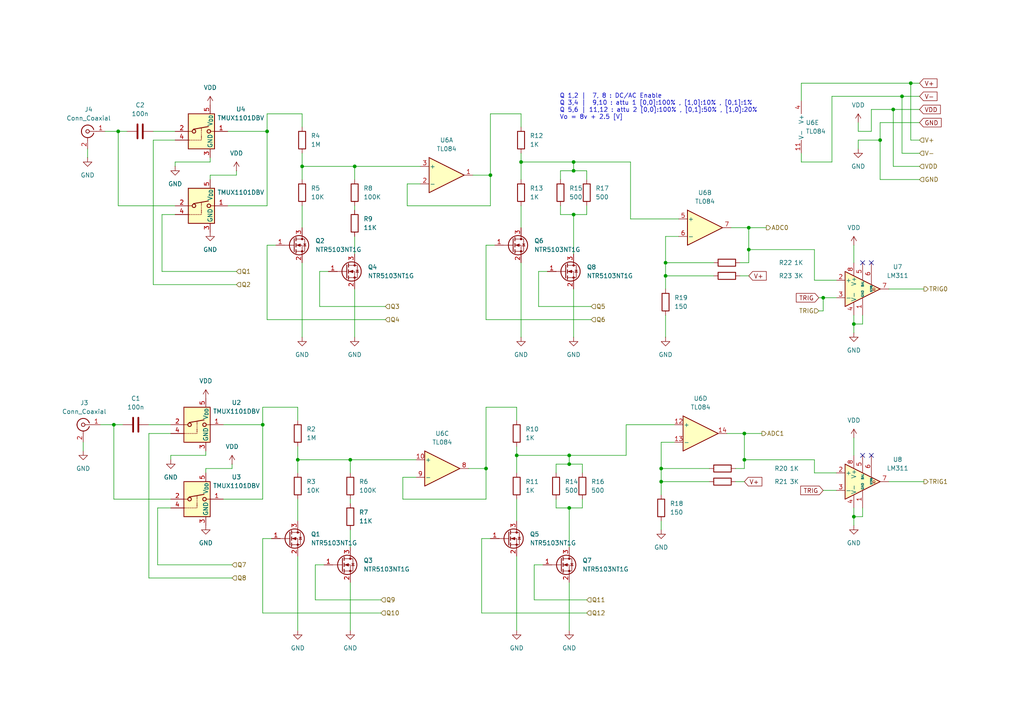
<source format=kicad_sch>
(kicad_sch (version 20250114) (generator "eeschema") (generator_version "9.0")
  (paper "A4")
  (lib_symbols
    (symbol "Amplifier_Operational:TL084" (pin_names (offset 0.127))
      (property "Reference" "U" (at 0 5.08 0))
      (property "Value" "TL084" (at 0 -5.08 0))
      (symbol "TL084_1_1"
        (polyline (pts (xy -5.08 5.08) (xy 5.08 0) (xy -5.08 -5.08) (xy -5.08 5.08)) (stroke (width 0.254)) (fill (type background)))
        (pin input line (at -7.62 2.54 0) (length 2.54) (name "+") (number "3"))
        (pin input line (at -7.62 -2.54 0) (length 2.54) (name "-") (number "2"))
        (pin output line (at 7.62 0 180) (length 2.54) (name "~") (number "1"))
      )
      (symbol "TL084_2_1"
        (polyline (pts (xy -5.08 5.08) (xy 5.08 0) (xy -5.08 -5.08) (xy -5.08 5.08)) (stroke (width 0.254)) (fill (type background)))
        (pin input line (at -7.62 2.54 0) (length 2.54) (name "+") (number "5"))
        (pin input line (at -7.62 -2.54 0) (length 2.54) (name "-") (number "6"))
        (pin output line (at 7.62 0 180) (length 2.54) (name "~") (number "7"))
      )
      (symbol "TL084_3_1"
        (polyline (pts (xy -5.08 5.08) (xy 5.08 0) (xy -5.08 -5.08) (xy -5.08 5.08)) (stroke (width 0.254)) (fill (type background)))
        (pin input line (at -7.62 2.54 0) (length 2.54) (name "+") (number "10"))
        (pin input line (at -7.62 -2.54 0) (length 2.54) (name "-") (number "9"))
        (pin output line (at 7.62 0 180) (length 2.54) (name "~") (number "8"))
      )
      (symbol "TL084_4_1"
        (polyline (pts (xy -5.08 5.08) (xy 5.08 0) (xy -5.08 -5.08) (xy -5.08 5.08)) (stroke (width 0.254)) (fill (type background)))
        (pin input line (at -7.62 2.54 0) (length 2.54) (name "+") (number "12"))
        (pin input line (at -7.62 -2.54 0) (length 2.54) (name "-") (number "13"))
        (pin output line (at 7.62 0 180) (length 2.54) (name "~") (number "14"))
      )
      (symbol "TL084_5_1"
        (pin power_in line (at -2.54 7.62 270) (length 3.81) (name "V+") (number "4"))
        (pin power_in line (at -2.54 -7.62 90) (length 3.81) (name "V-") (number "11"))
      )
    )
    (symbol "Analog_Switch:TMUX1101DBV" (pin_names (offset 0.254))
      (property "Reference" "U" (at -3.81 6.35 0))
      (property "Value" "TMUX1101DBV" (at -12.7 -6.35 0))
      (symbol "TMUX1101DBV_0_1"
        (polyline (pts (xy -3.81 -2.54) (xy -3.302 -2.54)))
        (polyline (pts (xy -3.048 -2.54) (xy -2.794 -2.54)))
        (polyline (pts (xy -2.54 -2.54) (xy -2.286 -2.54)))
        (polyline (pts (xy -2.032 -2.54) (xy -1.778 -2.54)))
        (polyline (pts (xy -1.524 -2.54) (xy -1.27 -2.54)))
        (polyline (pts (xy -1.016 -2.54) (xy -0.762 -2.54)))
        (polyline (pts (xy -0.508 -2.54) (xy -0.254 -2.54)))
        (polyline (pts (xy 0 -1.524) (xy 0 -1.27)))
        (polyline (pts (xy 0 -2.032) (xy 0 -1.778)))
      )
      (symbol "TMUX1101DBV_1_1"
        (rectangle (start -3.81 5.08) (end 3.81 -5.08) (stroke (width 0.254)) (fill (type background)))
        (polyline (pts (xy -3.81 0) (xy -2.794 0)))
        (polyline (pts (xy -2.286 0.635) (xy 2.032 1.397)) (stroke (width 0.254)))
        (circle (center -2.159 0) (radius 0.508) (stroke (width 0.254)))
        (polyline (pts (xy 0 0) (xy 0 1.016)))
        (polyline (pts (xy 0 -0.508) (xy 0 -0.254)))
        (polyline (pts (xy 0 -1.016) (xy 0 -0.762)))
        (polyline (pts (xy 0 -1.524) (xy 0 -1.27)))
        (polyline (pts (xy 0 -2.032) (xy 0 -1.778)))
        (polyline (pts (xy 0 -2.54) (xy 0 -2.286)))
        (circle (center 2.159 0) (radius 0.508) (stroke (width 0.254)))
        (polyline (pts (xy 3.81 0) (xy 2.794 0)))
        (pin passive line (at -7.62 0 0) (length 3.81) (name "~") (number "2"))
        (pin input line (at -7.62 -2.54 0) (length 3.81) (name "~") (number "4"))
        (pin power_in line (at 2.54 7.62 270) (length 2.54) (name "V_{DD}") (number "5"))
        (pin power_in line (at 2.54 -7.62 90) (length 2.54) (name "GND") (number "3"))
        (pin passive line (at 7.62 0 180) (length 3.81) (name "~") (number "1"))
      )
    )
    (symbol "Comparator:LM311" (pin_names (offset 0.127))
      (property "Reference" "U" (at 3.81 6.35 0))
      (property "Value" "LM311" (at 3.81 3.81 0))
      (symbol "LM311_0_1"
        (polyline (pts (xy 3.683 -0.381) (xy 3.302 -0.381) (xy 3.683 0) (xy 3.302 0.381) (xy 2.921 0) (xy 3.302 -0.381) (xy 2.921 -0.381)) (stroke (width 0.127)))
        (polyline (pts (xy 5.08 0) (xy -5.08 5.08) (xy -5.08 -5.08) (xy 5.08 0)) (stroke (width 0.254)) (fill (type background)))
      )
      (symbol "LM311_1_1"
        (pin input line (at -7.62 2.54 0) (length 2.54) (name "+") (number "2"))
        (pin input line (at -7.62 -2.54 0) (length 2.54) (name "-") (number "3"))
        (pin power_in line (at -2.54 7.62 270) (length 3.81) (name "V+") (number "8"))
        (pin power_in line (at -2.54 -7.62 90) (length 3.81) (name "V-") (number "4"))
        (pin input line (at 0 7.62 270) (length 5.08) (name "BAL") (number "5"))
        (pin passive line (at 0 -7.62 90) (length 5.08) (name "GND") (number "1"))
        (pin input line (at 2.54 7.62 270) (length 6.35) (name "STRB") (number "6"))
        (pin open_collector line (at 7.62 0 180) (length 2.54) (name "~") (number "7"))
      )
    )
    (symbol "Connector:Conn_Coaxial" (pin_names (offset 1.016) (hide yes))
      (property "Reference" "J" (at 0.254 3.048 0))
      (property "Value" "Conn_Coaxial" (at 2.921 0 90))
      (symbol "Conn_Coaxial_0_1"
        (polyline (pts (xy -2.54 0) (xy -0.508 0)))
        (arc (start 1.778 0) (mid 0.222 -1.8079) (end -1.778 -0.508) (stroke (width 0.254)))
        (arc (start -1.778 0.508) (mid 0.2221 1.8084) (end 1.778 0) (stroke (width 0.254)))
        (circle (center 0 0) (radius 0.508) (stroke (width 0.2032)))
        (polyline (pts (xy 0 -2.54) (xy 0 -1.778)))
      )
      (symbol "Conn_Coaxial_1_1"
        (pin passive line (at -5.08 0 0) (length 2.54) (name "In") (number "1"))
        (pin passive line (at 0 -5.08 90) (length 2.54) (name "Ext") (number "2"))
      )
    )
    (symbol "Device:C" (pin_numbers (hide yes)) (pin_names (offset 0.254))
      (property "Reference" "C" (at 0.635 2.54 0))
      (property "Value" "C" (at 0.635 -2.54 0))
      (symbol "C_0_1"
        (polyline (pts (xy -2.032 0.762) (xy 2.032 0.762)) (stroke (width 0.508)))
        (polyline (pts (xy -2.032 -0.762) (xy 2.032 -0.762)) (stroke (width 0.508)))
      )
      (symbol "C_1_1"
        (pin passive line (at 0 3.81 270) (length 2.794) (name "~") (number "1"))
        (pin passive line (at 0 -3.81 90) (length 2.794) (name "~") (number "2"))
      )
    )
    (symbol "Device:R" (pin_numbers (hide yes)) (pin_names (offset 0))
      (property "Reference" "R" (at 2.032 0 90))
      (property "Value" "R" (at 0 0 90))
      (symbol "R_0_1"
        (rectangle (start -1.016 -2.54) (end 1.016 2.54) (stroke (width 0.254)))
      )
      (symbol "R_1_1"
        (pin passive line (at 0 3.81 270) (length 1.27) (name "~") (number "1"))
        (pin passive line (at 0 -3.81 90) (length 1.27) (name "~") (number "2"))
      )
    )
    (symbol "Transistor_FET:Q_NMOS_GSD" (pin_names (offset 0) (hide yes))
      (property "Reference" "Q" (at 5.08 1.905 0))
      (property "Value" "Q_NMOS_GSD" (at 5.08 0 0))
      (symbol "Q_NMOS_GSD_0_1"
        (polyline (pts (xy 0.254 1.905) (xy 0.254 -1.905)) (stroke (width 0.254)))
        (polyline (pts (xy 0.254 0) (xy -2.54 0)))
        (polyline (pts (xy 0.762 2.286) (xy 0.762 1.27)) (stroke (width 0.254)))
        (polyline (pts (xy 0.762 0.508) (xy 0.762 -0.508)) (stroke (width 0.254)))
        (polyline (pts (xy 0.762 -1.27) (xy 0.762 -2.286)) (stroke (width 0.254)))
        (polyline (pts (xy 0.762 -1.778) (xy 3.302 -1.778) (xy 3.302 1.778) (xy 0.762 1.778)))
        (polyline (pts (xy 1.016 0) (xy 2.032 0.381) (xy 2.032 -0.381) (xy 1.016 0)) (fill (type outline)))
        (circle (center 1.651 0) (radius 2.794) (stroke (width 0.254)))
        (polyline (pts (xy 2.54 2.54) (xy 2.54 1.778)))
        (circle (center 2.54 1.778) (radius 0.254) (fill (type outline)))
        (circle (center 2.54 -1.778) (radius 0.254) (fill (type outline)))
        (polyline (pts (xy 2.54 -2.54) (xy 2.54 0) (xy 0.762 0)))
        (polyline (pts (xy 2.921 0.381) (xy 3.683 0.381)))
        (polyline (pts (xy 3.302 0.381) (xy 2.921 -0.254) (xy 3.683 -0.254) (xy 3.302 0.381)))
      )
      (symbol "Q_NMOS_GSD_1_1"
        (pin input line (at -5.08 0 0) (length 2.54) (name "G") (number "1"))
        (pin passive line (at 2.54 5.08 270) (length 2.54) (name "D") (number "3"))
        (pin passive line (at 2.54 -5.08 90) (length 2.54) (name "S") (number "2"))
      )
    )
    (symbol "power:GND" (power) (pin_numbers (hide yes)) (pin_names (offset 0) (hide yes))
      (property "Value" "GND" (at 0 -3.81 0))
      (symbol "GND_0_1"
        (polyline (pts (xy 0 0) (xy 0 -1.27) (xy 1.27 -1.27) (xy 0 -2.54) (xy -1.27 -1.27) (xy 0 -1.27)))
      )
      (symbol "GND_1_1"
        (pin power_in line (at 0 0 270) (length 0) (name "~") (number "1"))
      )
    )
    (symbol "power:VDD" (power) (pin_numbers (hide yes)) (pin_names (offset 0) (hide yes))
      (property "Value" "VDD" (at 0 3.556 0))
      (symbol "VDD_0_1"
        (polyline (pts (xy -0.762 1.27) (xy 0 2.54)))
        (polyline (pts (xy 0 2.54) (xy 0.762 1.27)))
        (polyline (pts (xy 0 0) (xy 0 2.54)))
      )
      (symbol "VDD_1_1"
        (pin power_in line (at 0 0 90) (length 0) (name "~") (number "1"))
      )
    )
  )
  (text "Q 1,2 |  7, 8 : DC/AC Enable\nQ 3,4 |  9,10 : attu 1 [0,0]:100% , [1,0]:10% , [0,1]:1%\nQ 5,6 | 11,12 : attu 2 [0,0]:100% , [0,1]:50% , [1,0]:20%\nVo = 8v + 2.5 [V]" (at 162.306 30.988 0) (effects (font (size 1.27 1.27)) (justify left)))
  (junction (at 259.08 31.75))
  (junction (at 149.86 132.08))
  (junction (at 247.65 149.86))
  (junction (at 191.77 135.89))
  (junction (at 217.17 72.39))
  (junction (at 166.37 49.53))
  (junction (at 215.9 133.35))
  (junction (at 247.65 93.98))
  (junction (at 238.76 86.36))
  (junction (at 166.37 62.23))
  (junction (at 165.1 147.32))
  (junction (at 34.29 38.1))
  (junction (at 86.36 133.35))
  (junction (at 217.17 66.04))
  (junction (at 215.9 125.73))
  (junction (at 255.27 40.64))
  (junction (at 101.6 133.35))
  (junction (at 165.1 134.62))
  (junction (at 191.77 139.7))
  (junction (at 77.47 38.1))
  (junction (at 264.16 24.13))
  (junction (at 102.87 48.26))
  (junction (at 33.02 123.19))
  (junction (at 87.63 48.26))
  (junction (at 151.13 46.99))
  (junction (at 76.2 123.19))
  (junction (at 261.62 27.94))
  (junction (at 140.97 135.89))
  (junction (at 142.24 50.8))
  (junction (at 193.04 80.01))
  (junction (at 193.04 76.2))
  (junction (at 166.37 46.99))
  (junction (at 165.1 132.08))
  (no_connect (at 250.19 132.08))
  (no_connect (at 252.73 132.08))
  (no_connect (at 252.73 76.2))
  (no_connect (at 250.19 76.2))
  (wire (pts (xy 142.24 59.69) (xy 142.24 50.8)))
  (wire (pts (xy 236.22 81.28) (xy 236.22 72.39)))
  (wire (pts (xy 77.47 38.1) (xy 66.04 38.1)))
  (wire (pts (xy 168.91 137.16) (xy 168.91 134.62)))
  (wire (pts (xy 87.63 76.2) (xy 87.63 97.79)))
  (wire (pts (xy 44.45 38.1) (xy 50.8 38.1)))
  (wire (pts (xy 252.73 38.1) (xy 248.92 38.1)))
  (wire (pts (xy 193.04 80.01) (xy 207.01 80.01)))
  (wire (pts (xy 49.53 125.73) (xy 43.18 125.73)))
  (wire (pts (xy 259.08 31.75) (xy 266.7 31.75)))
  (wire (pts (xy 102.87 52.07) (xy 102.87 48.26)))
  (wire (pts (xy 24.13 128.27) (xy 24.13 130.81)))
  (wire (pts (xy 91.44 173.99) (xy 91.44 163.83)))
  (wire (pts (xy 191.77 135.89) (xy 205.74 135.89)))
  (wire (pts (xy 49.53 132.08) (xy 59.69 132.08)))
  (wire (pts (xy 161.29 134.62) (xy 161.29 137.16)))
  (wire (pts (xy 217.17 80.01) (xy 214.63 80.01)))
  (wire (pts (xy 68.58 78.74) (xy 46.99 78.74)))
  (wire (pts (xy 50.8 46.99) (xy 50.8 48.26)))
  (wire (pts (xy 149.86 161.29) (xy 149.86 182.88)))
  (wire (pts (xy 247.65 91.44) (xy 247.65 93.98)))
  (wire (pts (xy 87.63 33.02) (xy 87.63 36.83)))
  (wire (pts (xy 151.13 46.99) (xy 166.37 46.99)))
  (wire (pts (xy 213.36 135.89) (xy 215.9 135.89)))
  (wire (pts (xy 171.45 88.9) (xy 156.21 88.9)))
  (wire (pts (xy 162.56 62.23) (xy 166.37 62.23)))
  (wire (pts (xy 151.13 59.69) (xy 151.13 66.04)))
  (wire (pts (xy 166.37 49.53) (xy 170.18 49.53)))
  (wire (pts (xy 252.73 31.75) (xy 259.08 31.75)))
  (wire (pts (xy 247.65 147.32) (xy 247.65 149.86)))
  (wire (pts (xy 77.47 59.69) (xy 77.47 38.1)))
  (wire (pts (xy 247.65 93.98) (xy 247.65 96.52)))
  (wire (pts (xy 250.19 149.86) (xy 247.65 149.86)))
  (wire (pts (xy 247.65 127) (xy 247.65 132.08)))
  (wire (pts (xy 64.77 144.78) (xy 76.2 144.78)))
  (wire (pts (xy 67.31 135.89) (xy 67.31 134.62)))
  (wire (pts (xy 171.45 92.71) (xy 140.97 92.71)))
  (wire (pts (xy 140.97 118.11) (xy 149.86 118.11)))
  (wire (pts (xy 250.19 93.98) (xy 247.65 93.98)))
  (wire (pts (xy 161.29 147.32) (xy 165.1 147.32)))
  (wire (pts (xy 241.3 27.94) (xy 241.3 46.99)))
  (wire (pts (xy 149.86 132.08) (xy 165.1 132.08)))
  (wire (pts (xy 196.85 63.5) (xy 182.88 63.5)))
  (wire (pts (xy 43.18 167.64) (xy 67.31 167.64)))
  (wire (pts (xy 110.49 173.99) (xy 91.44 173.99)))
  (wire (pts (xy 76.2 118.11) (xy 86.36 118.11)))
  (wire (pts (xy 193.04 80.01) (xy 193.04 83.82)))
  (wire (pts (xy 237.49 90.17) (xy 238.76 90.17)))
  (wire (pts (xy 181.61 132.08) (xy 165.1 132.08)))
  (wire (pts (xy 156.21 88.9) (xy 156.21 78.74)))
  (wire (pts (xy 66.04 59.69) (xy 77.47 59.69)))
  (wire (pts (xy 60.96 50.8) (xy 60.96 52.07)))
  (wire (pts (xy 247.65 149.86) (xy 247.65 152.4)))
  (wire (pts (xy 241.3 46.99) (xy 232.41 46.99)))
  (wire (pts (xy 170.18 177.8) (xy 139.7 177.8)))
  (wire (pts (xy 217.17 76.2) (xy 217.17 72.39)))
  (wire (pts (xy 139.7 156.21) (xy 142.24 156.21)))
  (wire (pts (xy 193.04 91.44) (xy 193.04 97.79)))
  (wire (pts (xy 252.73 31.75) (xy 252.73 38.1)))
  (wire (pts (xy 255.27 40.64) (xy 255.27 52.07)))
  (wire (pts (xy 76.2 123.19) (xy 76.2 118.11)))
  (wire (pts (xy 165.1 168.91) (xy 165.1 182.88)))
  (wire (pts (xy 162.56 49.53) (xy 162.56 52.07)))
  (wire (pts (xy 193.04 76.2) (xy 207.01 76.2)))
  (wire (pts (xy 215.9 139.7) (xy 213.36 139.7)))
  (wire (pts (xy 86.36 161.29) (xy 86.36 182.88)))
  (wire (pts (xy 232.41 46.99) (xy 232.41 44.45)))
  (wire (pts (xy 118.11 53.34) (xy 118.11 59.69)))
  (wire (pts (xy 166.37 46.99) (xy 166.37 49.53)))
  (wire (pts (xy 67.31 163.83) (xy 45.72 163.83)))
  (wire (pts (xy 44.45 82.55) (xy 68.58 82.55)))
  (wire (pts (xy 166.37 62.23) (xy 166.37 73.66)))
  (wire (pts (xy 149.86 118.11) (xy 149.86 121.92)))
  (wire (pts (xy 217.17 66.04) (xy 212.09 66.04)))
  (wire (pts (xy 248.92 38.1) (xy 248.92 35.56)))
  (wire (pts (xy 46.99 62.23) (xy 50.8 62.23)))
  (wire (pts (xy 261.62 27.94) (xy 241.3 27.94)))
  (wire (pts (xy 250.19 147.32) (xy 250.19 149.86)))
  (wire (pts (xy 165.1 134.62) (xy 168.91 134.62)))
  (wire (pts (xy 182.88 63.5) (xy 182.88 46.99)))
  (wire (pts (xy 154.94 173.99) (xy 154.94 163.83)))
  (wire (pts (xy 59.69 135.89) (xy 59.69 137.16)))
  (wire (pts (xy 33.02 123.19) (xy 35.56 123.19)))
  (wire (pts (xy 261.62 44.45) (xy 261.62 27.94)))
  (wire (pts (xy 140.97 71.12) (xy 143.51 71.12)))
  (wire (pts (xy 165.1 147.32) (xy 165.1 158.75)))
  (wire (pts (xy 33.02 144.78) (xy 49.53 144.78)))
  (wire (pts (xy 237.49 86.36) (xy 238.76 86.36)))
  (wire (pts (xy 149.86 144.78) (xy 149.86 151.13)))
  (wire (pts (xy 77.47 92.71) (xy 77.47 71.12)))
  (wire (pts (xy 247.65 71.12) (xy 247.65 76.2)))
  (wire (pts (xy 193.04 76.2) (xy 193.04 80.01)))
  (wire (pts (xy 238.76 90.17) (xy 238.76 86.36)))
  (wire (pts (xy 170.18 173.99) (xy 154.94 173.99)))
  (wire (pts (xy 76.2 144.78) (xy 76.2 123.19)))
  (wire (pts (xy 34.29 59.69) (xy 50.8 59.69)))
  (wire (pts (xy 151.13 44.45) (xy 151.13 46.99)))
  (wire (pts (xy 101.6 137.16) (xy 101.6 133.35)))
  (wire (pts (xy 165.1 147.32) (xy 168.91 147.32)))
  (wire (pts (xy 232.41 24.13) (xy 232.41 29.21)))
  (wire (pts (xy 215.9 125.73) (xy 220.98 125.73)))
  (wire (pts (xy 266.7 48.26) (xy 259.08 48.26)))
  (wire (pts (xy 101.6 133.35) (xy 86.36 133.35)))
  (wire (pts (xy 259.08 48.26) (xy 259.08 31.75)))
  (wire (pts (xy 43.18 123.19) (xy 49.53 123.19)))
  (wire (pts (xy 33.02 123.19) (xy 33.02 144.78)))
  (wire (pts (xy 191.77 135.89) (xy 191.77 139.7)))
  (wire (pts (xy 86.36 118.11) (xy 86.36 121.92)))
  (wire (pts (xy 215.9 125.73) (xy 210.82 125.73)))
  (wire (pts (xy 236.22 133.35) (xy 215.9 133.35)))
  (wire (pts (xy 238.76 86.36) (xy 242.57 86.36)))
  (wire (pts (xy 215.9 125.73) (xy 215.9 133.35)))
  (wire (pts (xy 46.99 78.74) (xy 46.99 62.23)))
  (wire (pts (xy 193.04 68.58) (xy 193.04 76.2)))
  (wire (pts (xy 215.9 133.35) (xy 215.9 135.89)))
  (wire (pts (xy 151.13 46.99) (xy 151.13 52.07)))
  (wire (pts (xy 264.16 40.64) (xy 264.16 24.13)))
  (wire (pts (xy 140.97 135.89) (xy 140.97 118.11)))
  (wire (pts (xy 77.47 38.1) (xy 77.47 33.02)))
  (wire (pts (xy 149.86 129.54) (xy 149.86 132.08)))
  (wire (pts (xy 191.77 139.7) (xy 191.77 143.51)))
  (wire (pts (xy 76.2 123.19) (xy 64.77 123.19)))
  (wire (pts (xy 87.63 48.26) (xy 87.63 52.07)))
  (wire (pts (xy 86.36 144.78) (xy 86.36 151.13)))
  (wire (pts (xy 142.24 50.8) (xy 142.24 33.02)))
  (wire (pts (xy 120.65 138.43) (xy 116.84 138.43)))
  (wire (pts (xy 50.8 40.64) (xy 44.45 40.64)))
  (wire (pts (xy 67.31 135.89) (xy 59.69 135.89)))
  (wire (pts (xy 86.36 133.35) (xy 86.36 137.16)))
  (wire (pts (xy 195.58 123.19) (xy 181.61 123.19)))
  (wire (pts (xy 101.6 153.67) (xy 101.6 158.75)))
  (wire (pts (xy 102.87 48.26) (xy 87.63 48.26)))
  (wire (pts (xy 77.47 71.12) (xy 80.01 71.12)))
  (wire (pts (xy 87.63 44.45) (xy 87.63 48.26)))
  (wire (pts (xy 217.17 72.39) (xy 217.17 66.04)))
  (wire (pts (xy 255.27 35.56) (xy 255.27 40.64)))
  (wire (pts (xy 182.88 46.99) (xy 166.37 46.99)))
  (wire (pts (xy 25.4 43.18) (xy 25.4 45.72)))
  (wire (pts (xy 77.47 33.02) (xy 87.63 33.02)))
  (wire (pts (xy 165.1 132.08) (xy 165.1 134.62)))
  (wire (pts (xy 242.57 137.16) (xy 236.22 137.16)))
  (wire (pts (xy 101.6 168.91) (xy 101.6 182.88)))
  (wire (pts (xy 170.18 62.23) (xy 170.18 59.69)))
  (wire (pts (xy 102.87 48.26) (xy 121.92 48.26)))
  (wire (pts (xy 181.61 123.19) (xy 181.61 132.08)))
  (wire (pts (xy 214.63 76.2) (xy 217.17 76.2)))
  (wire (pts (xy 118.11 59.69) (xy 142.24 59.69)))
  (wire (pts (xy 86.36 129.54) (xy 86.36 133.35)))
  (wire (pts (xy 45.72 163.83) (xy 45.72 147.32)))
  (wire (pts (xy 34.29 38.1) (xy 36.83 38.1)))
  (wire (pts (xy 168.91 147.32) (xy 168.91 144.78)))
  (wire (pts (xy 191.77 128.27) (xy 191.77 135.89)))
  (wire (pts (xy 110.49 177.8) (xy 76.2 177.8)))
  (wire (pts (xy 142.24 50.8) (xy 137.16 50.8)))
  (wire (pts (xy 116.84 138.43) (xy 116.84 144.78)))
  (wire (pts (xy 102.87 68.58) (xy 102.87 73.66)))
  (wire (pts (xy 264.16 24.13) (xy 266.7 24.13)))
  (wire (pts (xy 139.7 177.8) (xy 139.7 156.21)))
  (wire (pts (xy 154.94 163.83) (xy 157.48 163.83)))
  (wire (pts (xy 111.76 92.71) (xy 77.47 92.71)))
  (wire (pts (xy 45.72 147.32) (xy 49.53 147.32)))
  (wire (pts (xy 166.37 83.82) (xy 166.37 97.79)))
  (wire (pts (xy 191.77 151.13) (xy 191.77 153.67)))
  (wire (pts (xy 266.7 40.64) (xy 264.16 40.64)))
  (wire (pts (xy 161.29 134.62) (xy 165.1 134.62)))
  (wire (pts (xy 60.96 46.99) (xy 60.96 45.72)))
  (wire (pts (xy 92.71 78.74) (xy 95.25 78.74)))
  (wire (pts (xy 29.21 123.19) (xy 33.02 123.19)))
  (wire (pts (xy 140.97 135.89) (xy 135.89 135.89)))
  (wire (pts (xy 264.16 24.13) (xy 232.41 24.13)))
  (wire (pts (xy 101.6 144.78) (xy 101.6 146.05)))
  (wire (pts (xy 257.81 139.7) (xy 267.97 139.7)))
  (wire (pts (xy 166.37 62.23) (xy 170.18 62.23)))
  (wire (pts (xy 59.69 132.08) (xy 59.69 130.81)))
  (wire (pts (xy 266.7 44.45) (xy 261.62 44.45)))
  (wire (pts (xy 161.29 144.78) (xy 161.29 147.32)))
  (wire (pts (xy 261.62 27.94) (xy 266.7 27.94)))
  (wire (pts (xy 257.81 83.82) (xy 267.97 83.82)))
  (wire (pts (xy 236.22 137.16) (xy 236.22 133.35)))
  (wire (pts (xy 68.58 50.8) (xy 68.58 49.53)))
  (wire (pts (xy 266.7 52.07) (xy 255.27 52.07)))
  (wire (pts (xy 101.6 133.35) (xy 120.65 133.35)))
  (wire (pts (xy 156.21 78.74) (xy 158.75 78.74)))
  (wire (pts (xy 248.92 40.64) (xy 248.92 43.18)))
  (wire (pts (xy 191.77 139.7) (xy 205.74 139.7)))
  (wire (pts (xy 76.2 156.21) (xy 78.74 156.21)))
  (wire (pts (xy 34.29 38.1) (xy 34.29 59.69)))
  (wire (pts (xy 238.76 142.24) (xy 242.57 142.24)))
  (wire (pts (xy 102.87 83.82) (xy 102.87 97.79)))
  (wire (pts (xy 91.44 163.83) (xy 93.98 163.83)))
  (wire (pts (xy 102.87 59.69) (xy 102.87 60.96)))
  (wire (pts (xy 140.97 92.71) (xy 140.97 71.12)))
  (wire (pts (xy 50.8 46.99) (xy 60.96 46.99)))
  (wire (pts (xy 140.97 144.78) (xy 140.97 135.89)))
  (wire (pts (xy 170.18 52.07) (xy 170.18 49.53)))
  (wire (pts (xy 162.56 59.69) (xy 162.56 62.23)))
  (wire (pts (xy 195.58 128.27) (xy 191.77 128.27)))
  (wire (pts (xy 217.17 66.04) (xy 222.25 66.04)))
  (wire (pts (xy 43.18 125.73) (xy 43.18 167.64)))
  (wire (pts (xy 44.45 40.64) (xy 44.45 82.55)))
  (wire (pts (xy 242.57 81.28) (xy 236.22 81.28)))
  (wire (pts (xy 76.2 177.8) (xy 76.2 156.21)))
  (wire (pts (xy 149.86 132.08) (xy 149.86 137.16)))
  (wire (pts (xy 255.27 35.56) (xy 266.7 35.56)))
  (wire (pts (xy 121.92 53.34) (xy 118.11 53.34)))
  (wire (pts (xy 87.63 59.69) (xy 87.63 66.04)))
  (wire (pts (xy 142.24 33.02) (xy 151.13 33.02)))
  (wire (pts (xy 236.22 72.39) (xy 217.17 72.39)))
  (wire (pts (xy 151.13 33.02) (xy 151.13 36.83)))
  (wire (pts (xy 248.92 40.64) (xy 255.27 40.64)))
  (wire (pts (xy 92.71 88.9) (xy 92.71 78.74)))
  (wire (pts (xy 162.56 49.53) (xy 166.37 49.53)))
  (wire (pts (xy 111.76 88.9) (xy 92.71 88.9)))
  (wire (pts (xy 196.85 68.58) (xy 193.04 68.58)))
  (wire (pts (xy 68.58 50.8) (xy 60.96 50.8)))
  (wire (pts (xy 250.19 91.44) (xy 250.19 93.98)))
  (wire (pts (xy 151.13 76.2) (xy 151.13 97.79)))
  (wire (pts (xy 30.48 38.1) (xy 34.29 38.1)))
  (wire (pts (xy 49.53 132.08) (xy 49.53 133.35)))
  (wire (pts (xy 116.84 144.78) (xy 140.97 144.78)))
  (global_label "TRIG" (shape input) (at 237.49 86.36 180) (property "Intersheetrefs" "${INTERSHEET_REFS}" (effects (hide yes))))
  (global_label "V-" (shape input) (at 266.7 27.94 0) (property "Intersheetrefs" "${INTERSHEET_REFS}" (effects (hide yes))))
  (global_label "TRIG" (shape input) (at 238.76 142.24 180) (property "Intersheetrefs" "${INTERSHEET_REFS}" (effects (hide yes))))
  (global_label "V+" (shape input) (at 215.9 139.7 0) (property "Intersheetrefs" "${INTERSHEET_REFS}" (effects (hide yes))))
  (global_label "V+" (shape input) (at 217.17 80.01 0) (property "Intersheetrefs" "${INTERSHEET_REFS}" (effects (hide yes))))
  (global_label "GND" (shape input) (at 266.7 35.56 0) (property "Intersheetrefs" "${INTERSHEET_REFS}" (effects (hide yes))))
  (global_label "VDD" (shape input) (at 266.7 31.75 0) (property "Intersheetrefs" "${INTERSHEET_REFS}" (effects (hide yes))))
  (global_label "V+" (shape input) (at 266.7 24.13 0) (property "Intersheetrefs" "${INTERSHEET_REFS}" (effects (hide yes))))
  (hierarchical_label "Q5" (shape input) (at 171.45 88.9 0))
  (hierarchical_label "Q3" (shape input) (at 111.76 88.9 0))
  (hierarchical_label "ADC1" (shape output) (at 220.98 125.73 0))
  (hierarchical_label "VDD" (shape input) (at 266.7 48.26 0))
  (hierarchical_label "TRIG1" (shape output) (at 267.97 139.7 0))
  (hierarchical_label "TRIG" (shape input) (at 237.49 90.17 180))
  (hierarchical_label "V-" (shape input) (at 266.7 44.45 0))
  (hierarchical_label "Q2" (shape input) (at 68.58 82.55 0))
  (hierarchical_label "Q9" (shape input) (at 110.49 173.99 0))
  (hierarchical_label "GND" (shape input) (at 266.7 52.07 0))
  (hierarchical_label "V+" (shape input) (at 266.7 40.64 0))
  (hierarchical_label "TRIG0" (shape output) (at 267.97 83.82 0))
  (hierarchical_label "Q10" (shape input) (at 110.49 177.8 0))
  (hierarchical_label "Q6" (shape input) (at 171.45 92.71 0))
  (hierarchical_label "ADC0" (shape output) (at 222.25 66.04 0))
  (hierarchical_label "Q8" (shape input) (at 67.31 167.64 0))
  (hierarchical_label "Q7" (shape input) (at 67.31 163.83 0))
  (hierarchical_label "Q4" (shape input) (at 111.76 92.71 0))
  (hierarchical_label "Q1" (shape input) (at 68.58 78.74 0))
  (hierarchical_label "Q11" (shape input) (at 170.18 173.99 0))
  (hierarchical_label "Q12" (shape input) (at 170.18 177.8 0))
  (symbol (lib_id "Transistor_FET:Q_NMOS_GSD") (at 83.82 156.21 0) (unit 1)
    (property "Reference" "Q1" (at 90.17 154.9399 0) (effects (justify left)))
    (property "Value" "NTR5103NT1G" (at 90.17 157.4799 0) (effects (justify left)))
    (property "Footprint" "Package_TO_SOT_SMD:SOT-23_Handsoldering" (effects (hide yes)))
    (property "Description" "N-MOSFET transistor, gate/source/drain" (effects (hide yes)))
  )
  (symbol (lib_id "power:VDD") (at 59.69 115.57 0) (unit 1)
    (property "Reference" "#PWR024" (effects (hide yes)))
    (property "Value" "VDD" (at 59.69 110.49 0))
    (property "Description" "Power symbol creates a global label with name \"VDD\"" (effects (hide yes)))
  )
  (symbol (lib_id "Amplifier_Operational:TL084") (at 234.95 36.83 0) (unit 5)
    (property "Reference" "U6" (at 233.68 35.5599 0) (effects (justify left)))
    (property "Value" "TL084" (at 233.68 38.0999 0) (effects (justify left)))
    (property "Footprint" "Package_SO:SOIC-14_3.9x8.7mm_P1.27mm" (effects (hide yes)))
    (property "Datasheet" "http://www.ti.com/lit/ds/symlink/tl081.pdf" (effects (hide yes)))
    (property "Description" "Quad JFET-Input Operational Amplifiers, DIP-14/SOIC-14/SSOP-14" (effects (hide yes)))
  )
  (symbol (lib_id "power:GND") (at 101.6 182.88 0) (unit 1)
    (property "Reference" "#PWR032" (effects (hide yes)))
    (property "Value" "GND" (at 101.6 187.96 0))
    (property "Description" "Power symbol creates a global label with name \"GND\" , ground" (effects (hide yes)))
  )
  (symbol (lib_id "Transistor_FET:Q_NMOS_GSD") (at 148.59 71.12 0) (unit 1)
    (property "Reference" "Q6" (at 154.94 69.8499 0) (effects (justify left)))
    (property "Value" "NTR5103NT1G" (at 154.94 72.3899 0) (effects (justify left)))
    (property "Footprint" "Package_TO_SOT_SMD:SOT-23_Handsoldering" (effects (hide yes)))
    (property "Description" "N-MOSFET transistor, gate/source/drain" (effects (hide yes)))
  )
  (symbol (lib_id "power:VDD") (at 60.96 30.48 0) (unit 1)
    (property "Reference" "#PWR026" (effects (hide yes)))
    (property "Value" "VDD" (at 60.96 25.4 0))
    (property "Description" "Power symbol creates a global label with name \"VDD\"" (effects (hide yes)))
  )
  (symbol (lib_id "Analog_Switch:TMUX1101DBV") (at 58.42 59.69 0) (unit 1)
    (property "Reference" "U5" (effects (hide yes)))
    (property "Value" "TMUX1101DBV" (at 69.85 55.8098 0))
    (property "Footprint" "Package_TO_SOT_SMD:SOT-23-5_HandSoldering" (effects (hide yes)))
    (property "Datasheet" "https://www.ti.com/lit/ds/symlink/tmux1101.pdf" (effects (hide yes)))
    (property "Description" "SPST Analog Switch, 1.08V to 5.5V Supply, 3pA Leakage Current, Normally OFF, 1.8Ohm Ron, SOT-23-5" (effects (hide yes)))
  )
  (symbol (lib_id "Transistor_FET:Q_NMOS_GSD") (at 99.06 163.83 0) (unit 1)
    (property "Reference" "Q3" (at 105.41 162.5599 0) (effects (justify left)))
    (property "Value" "NTR5103NT1G" (at 105.41 165.0999 0) (effects (justify left)))
    (property "Footprint" "Package_TO_SOT_SMD:SOT-23_Handsoldering" (effects (hide yes)))
    (property "Description" "N-MOSFET transistor, gate/source/drain" (effects (hide yes)))
  )
  (symbol (lib_id "power:GND") (at 49.53 133.35 0) (unit 1)
    (property "Reference" "#PWR022" (effects (hide yes)))
    (property "Value" "GND" (at 49.53 138.43 0))
    (property "Description" "Power symbol creates a global label with name \"GND\" , ground" (effects (hide yes)))
  )
  (symbol (lib_id "Device:R") (at 210.82 80.01 90) (unit 1)
    (property "Reference" "R23" (at 227.838 80.01 90))
    (property "Value" "3K" (at 231.648 80.01 90))
    (property "Footprint" "Resistor_THT:R_Axial_DIN0207_L6.3mm_D2.5mm_P10.16mm_Horizontal" (effects (hide yes)))
    (property "Description" "Resistor" (effects (hide yes)))
  )
  (symbol (lib_id "Device:R") (at 102.87 55.88 0) (unit 1)
    (property "Reference" "R8" (at 105.41 54.6099 0) (effects (justify left)))
    (property "Value" "100K" (at 105.41 57.1499 0) (effects (justify left)))
    (property "Footprint" "Resistor_THT:R_Axial_DIN0207_L6.3mm_D2.5mm_P10.16mm_Horizontal" (effects (hide yes)))
    (property "Description" "Resistor" (effects (hide yes)))
  )
  (symbol (lib_id "Connector:Conn_Coaxial") (at 25.4 38.1 0) (mirror y) (unit 1)
    (property "Reference" "J4" (at 25.7174 31.75 0))
    (property "Value" "Conn_Coaxial" (at 25.7174 34.29 0))
    (property "Footprint" "Connector_Coaxial:BNC_Amphenol_B6252HB-NPP3G-50_Horizontal" (effects (hide yes)))
    (property "Description" "coaxial connector (BNC, SMA, SMB, SMC, Cinch/RCA, LEMO, ...)" (effects (hide yes)))
  )
  (symbol (lib_id "power:GND") (at 24.13 130.81 0) (unit 1)
    (property "Reference" "#PWR020" (effects (hide yes)))
    (property "Value" "GND" (at 24.13 135.89 0))
    (property "Description" "Power symbol creates a global label with name \"GND\" , ground" (effects (hide yes)))
  )
  (symbol (lib_id "power:GND") (at 87.63 97.79 0) (unit 1)
    (property "Reference" "#PWR031" (effects (hide yes)))
    (property "Value" "GND" (at 87.63 102.87 0))
    (property "Description" "Power symbol creates a global label with name \"GND\" , ground" (effects (hide yes)))
  )
  (symbol (lib_id "Device:R") (at 86.36 140.97 0) (unit 1)
    (property "Reference" "R3" (at 88.9 139.6999 0) (effects (justify left)))
    (property "Value" "10K" (at 88.9 142.2399 0) (effects (justify left)))
    (property "Footprint" "Resistor_THT:R_Axial_DIN0207_L6.3mm_D2.5mm_P10.16mm_Horizontal" (effects (hide yes)))
    (property "Description" "Resistor" (effects (hide yes)))
  )
  (symbol (lib_id "power:GND") (at 247.65 152.4 0) (unit 1)
    (property "Reference" "#PWR043" (effects (hide yes)))
    (property "Value" "GND" (at 247.65 157.48 0))
    (property "Description" "Power symbol creates a global label with name \"GND\" , ground" (effects (hide yes)))
  )
  (symbol (lib_id "Amplifier_Operational:TL084") (at 204.47 66.04 0) (unit 2)
    (property "Reference" "U6" (at 204.47 55.88 0))
    (property "Value" "TL084" (at 204.47 58.42 0))
    (property "Footprint" "Package_SO:SOIC-14_3.9x8.7mm_P1.27mm" (effects (hide yes)))
    (property "Datasheet" "http://www.ti.com/lit/ds/symlink/tl081.pdf" (effects (hide yes)))
    (property "Description" "Quad JFET-Input Operational Amplifiers, DIP-14/SOIC-14/SSOP-14" (effects (hide yes)))
  )
  (symbol (lib_id "power:GND") (at 60.96 67.31 0) (unit 1)
    (property "Reference" "#PWR027" (effects (hide yes)))
    (property "Value" "GND" (at 60.96 72.39 0))
    (property "Description" "Power symbol creates a global label with name \"GND\" , ground" (effects (hide yes)))
  )
  (symbol (lib_id "Analog_Switch:TMUX1101DBV") (at 58.42 38.1 0) (unit 1)
    (property "Reference" "U4" (at 69.85 31.6798 0))
    (property "Value" "TMUX1101DBV" (at 69.85 34.2198 0))
    (property "Footprint" "Package_TO_SOT_SMD:SOT-23-5_HandSoldering" (effects (hide yes)))
    (property "Datasheet" "https://www.ti.com/lit/ds/symlink/tmux1101.pdf" (effects (hide yes)))
    (property "Description" "SPST Analog Switch, 1.08V to 5.5V Supply, 3pA Leakage Current, Normally OFF, 1.8Ohm Ron, SOT-23-5" (effects (hide yes)))
  )
  (symbol (lib_id "Device:C") (at 40.64 38.1 90) (unit 1)
    (property "Reference" "C2" (at 40.64 30.48 90))
    (property "Value" "100n" (at 40.64 33.02 90))
    (property "Footprint" "Capacitor_SMD:C_0402_1005Metric_Pad0.74x0.62mm_HandSolder" (effects (hide yes)))
    (property "Description" "Unpolarized capacitor" (effects (hide yes)))
  )
  (symbol (lib_id "Connector:Conn_Coaxial") (at 24.13 123.19 0) (mirror y) (unit 1)
    (property "Reference" "J3" (at 24.4474 116.84 0))
    (property "Value" "Conn_Coaxial" (at 24.4474 119.38 0))
    (property "Footprint" "Connector_Coaxial:BNC_Amphenol_B6252HB-NPP3G-50_Horizontal" (effects (hide yes)))
    (property "Description" "coaxial connector (BNC, SMA, SMB, SMC, Cinch/RCA, LEMO, ...)" (effects (hide yes)))
  )
  (symbol (lib_id "Device:R") (at 87.63 55.88 0) (unit 1)
    (property "Reference" "R5" (at 90.17 54.6099 0) (effects (justify left)))
    (property "Value" "10K" (at 90.17 57.1499 0) (effects (justify left)))
    (property "Footprint" "Resistor_THT:R_Axial_DIN0207_L6.3mm_D2.5mm_P10.16mm_Horizontal" (effects (hide yes)))
    (property "Description" "Resistor" (effects (hide yes)))
  )
  (symbol (lib_id "Amplifier_Operational:TL084") (at 128.27 135.89 0) (unit 3)
    (property "Reference" "U6" (at 128.27 125.73 0))
    (property "Value" "TL084" (at 128.27 128.27 0))
    (property "Footprint" "Package_SO:SOIC-14_3.9x8.7mm_P1.27mm" (effects (hide yes)))
    (property "Datasheet" "http://www.ti.com/lit/ds/symlink/tl081.pdf" (effects (hide yes)))
    (property "Description" "Quad JFET-Input Operational Amplifiers, DIP-14/SOIC-14/SSOP-14" (effects (hide yes)))
  )
  (symbol (lib_id "Device:R") (at 102.87 64.77 0) (unit 1)
    (property "Reference" "R9" (at 105.41 63.4999 0) (effects (justify left)))
    (property "Value" "11K" (at 105.41 66.0399 0) (effects (justify left)))
    (property "Footprint" "Resistor_THT:R_Axial_DIN0207_L6.3mm_D2.5mm_P10.16mm_Horizontal" (effects (hide yes)))
    (property "Description" "Resistor" (effects (hide yes)))
  )
  (symbol (lib_id "power:VDD") (at 248.92 35.56 0) (unit 1)
    (property "Reference" "#PWR044" (effects (hide yes)))
    (property "Value" "VDD" (at 248.92 30.48 0))
    (property "Description" "Power symbol creates a global label with name \"VDD\"" (effects (hide yes)))
  )
  (symbol (lib_id "power:GND") (at 149.86 182.88 0) (unit 1)
    (property "Reference" "#PWR034" (effects (hide yes)))
    (property "Value" "GND" (at 149.86 187.96 0))
    (property "Description" "Power symbol creates a global label with name \"GND\" , ground" (effects (hide yes)))
  )
  (symbol (lib_id "power:GND") (at 86.36 182.88 0) (unit 1)
    (property "Reference" "#PWR030" (effects (hide yes)))
    (property "Value" "GND" (at 86.36 187.96 0))
    (property "Description" "Power symbol creates a global label with name \"GND\" , ground" (effects (hide yes)))
  )
  (symbol (lib_id "Device:R") (at 209.55 139.7 90) (unit 1)
    (property "Reference" "R21" (at 226.568 139.7 90))
    (property "Value" "3K" (at 230.378 139.7 90))
    (property "Footprint" "Resistor_THT:R_Axial_DIN0207_L6.3mm_D2.5mm_P10.16mm_Horizontal" (effects (hide yes)))
    (property "Description" "Resistor" (effects (hide yes)))
  )
  (symbol (lib_id "Device:R") (at 101.6 140.97 0) (unit 1)
    (property "Reference" "R6" (at 104.14 139.6999 0) (effects (justify left)))
    (property "Value" "100K" (at 104.14 142.2399 0) (effects (justify left)))
    (property "Footprint" "Resistor_THT:R_Axial_DIN0207_L6.3mm_D2.5mm_P10.16mm_Horizontal" (effects (hide yes)))
    (property "Description" "Resistor" (effects (hide yes)))
  )
  (symbol (lib_id "Device:R") (at 162.56 55.88 0) (unit 1)
    (property "Reference" "R15" (at 165.1 54.6099 0) (effects (justify left)))
    (property "Value" "500" (at 165.1 57.1499 0) (effects (justify left)))
    (property "Footprint" "Resistor_THT:R_Axial_DIN0207_L6.3mm_D2.5mm_P10.16mm_Horizontal" (effects (hide yes)))
    (property "Description" "Resistor" (effects (hide yes)))
  )
  (symbol (lib_id "power:VDD") (at 247.65 127 0) (unit 1)
    (property "Reference" "#PWR042" (effects (hide yes)))
    (property "Value" "VDD" (at 247.65 121.92 0))
    (property "Description" "Power symbol creates a global label with name \"VDD\"" (effects (hide yes)))
  )
  (symbol (lib_id "Device:C") (at 39.37 123.19 90) (unit 1)
    (property "Reference" "C1" (at 39.37 115.57 90))
    (property "Value" "100n" (at 39.37 118.11 90))
    (property "Footprint" "Capacitor_SMD:C_0402_1005Metric_Pad0.74x0.62mm_HandSolder" (effects (hide yes)))
    (property "Description" "Unpolarized capacitor" (effects (hide yes)))
  )
  (symbol (lib_id "Analog_Switch:TMUX1101DBV") (at 57.15 123.19 0) (unit 1)
    (property "Reference" "U2" (at 68.58 116.7698 0))
    (property "Value" "TMUX1101DBV" (at 68.58 119.3098 0))
    (property "Footprint" "Package_TO_SOT_SMD:SOT-23-5_HandSoldering" (effects (hide yes)))
    (property "Datasheet" "https://www.ti.com/lit/ds/symlink/tmux1101.pdf" (effects (hide yes)))
    (property "Description" "SPST Analog Switch, 1.08V to 5.5V Supply, 3pA Leakage Current, Normally OFF, 1.8Ohm Ron, SOT-23-5" (effects (hide yes)))
  )
  (symbol (lib_id "power:VDD") (at 67.31 134.62 0) (unit 1)
    (property "Reference" "#PWR028" (effects (hide yes)))
    (property "Value" "VDD" (at 67.31 129.54 0))
    (property "Description" "Power symbol creates a global label with name \"VDD\"" (effects (hide yes)))
  )
  (symbol (lib_id "power:GND") (at 25.4 45.72 0) (unit 1)
    (property "Reference" "#PWR021" (effects (hide yes)))
    (property "Value" "GND" (at 25.4 50.8 0))
    (property "Description" "Power symbol creates a global label with name \"GND\" , ground" (effects (hide yes)))
  )
  (symbol (lib_id "Device:R") (at 170.18 55.88 0) (unit 1)
    (property "Reference" "R17" (at 172.72 54.6099 0) (effects (justify left)))
    (property "Value" "500" (at 172.72 57.1499 0) (effects (justify left)))
    (property "Footprint" "Resistor_THT:R_Axial_DIN0207_L6.3mm_D2.5mm_P10.16mm_Horizontal" (effects (hide yes)))
    (property "Description" "Resistor" (effects (hide yes)))
  )
  (symbol (lib_id "Comparator:LM311") (at 250.19 83.82 0) (unit 1)
    (property "Reference" "U7" (at 260.35 77.3998 0))
    (property "Value" "LM311" (at 260.35 79.9398 0))
    (property "Footprint" "Package_DIP:DIP-8_W7.62mm_LongPads" (effects (hide yes)))
    (property "Datasheet" "https://www.st.com/resource/en/datasheet/lm311.pdf" (effects (hide yes)))
    (property "Description" "Voltage Comparator, DIP-8/SOIC-8" (effects (hide yes)))
  )
  (symbol (lib_id "Device:R") (at 151.13 55.88 0) (unit 1)
    (property "Reference" "R13" (at 153.67 54.6099 0) (effects (justify left)))
    (property "Value" "1K" (at 153.67 57.1499 0) (effects (justify left)))
    (property "Footprint" "Resistor_THT:R_Axial_DIN0207_L6.3mm_D2.5mm_P10.16mm_Horizontal" (effects (hide yes)))
    (property "Description" "Resistor" (effects (hide yes)))
  )
  (symbol (lib_id "power:VDD") (at 68.58 49.53 0) (unit 1)
    (property "Reference" "#PWR029" (effects (hide yes)))
    (property "Value" "VDD" (at 68.58 44.45 0))
    (property "Description" "Power symbol creates a global label with name \"VDD\"" (effects (hide yes)))
  )
  (symbol (lib_id "Device:R") (at 149.86 140.97 0) (unit 1)
    (property "Reference" "R11" (at 152.4 139.6999 0) (effects (justify left)))
    (property "Value" "1K" (at 152.4 142.2399 0) (effects (justify left)))
    (property "Footprint" "Resistor_THT:R_Axial_DIN0207_L6.3mm_D2.5mm_P10.16mm_Horizontal" (effects (hide yes)))
    (property "Description" "Resistor" (effects (hide yes)))
  )
  (symbol (lib_id "power:VDD") (at 247.65 71.12 0) (unit 1)
    (property "Reference" "#PWR040" (effects (hide yes)))
    (property "Value" "VDD" (at 247.65 66.04 0))
    (property "Description" "Power symbol creates a global label with name \"VDD\"" (effects (hide yes)))
  )
  (symbol (lib_id "Device:R") (at 101.6 149.86 0) (unit 1)
    (property "Reference" "R7" (at 104.14 148.5899 0) (effects (justify left)))
    (property "Value" "11K" (at 104.14 151.1299 0) (effects (justify left)))
    (property "Footprint" "Resistor_THT:R_Axial_DIN0207_L6.3mm_D2.5mm_P10.16mm_Horizontal" (effects (hide yes)))
    (property "Description" "Resistor" (effects (hide yes)))
  )
  (symbol (lib_id "power:GND") (at 193.04 97.79 0) (unit 1)
    (property "Reference" "#PWR039" (effects (hide yes)))
    (property "Value" "GND" (at 193.04 102.87 0))
    (property "Description" "Power symbol creates a global label with name \"GND\" , ground" (effects (hide yes)))
  )
  (symbol (lib_id "Device:R") (at 168.91 140.97 0) (unit 1)
    (property "Reference" "R16" (at 171.45 139.6999 0) (effects (justify left)))
    (property "Value" "500" (at 171.45 142.2399 0) (effects (justify left)))
    (property "Footprint" "Resistor_THT:R_Axial_DIN0207_L6.3mm_D2.5mm_P10.16mm_Horizontal" (effects (hide yes)))
    (property "Description" "Resistor" (effects (hide yes)))
  )
  (symbol (lib_id "power:GND") (at 102.87 97.79 0) (unit 1)
    (property "Reference" "#PWR033" (effects (hide yes)))
    (property "Value" "GND" (at 102.87 102.87 0))
    (property "Description" "Power symbol creates a global label with name \"GND\" , ground" (effects (hide yes)))
  )
  (symbol (lib_id "Amplifier_Operational:TL084") (at 129.54 50.8 0) (unit 1)
    (property "Reference" "U6" (at 129.54 40.64 0))
    (property "Value" "TL084" (at 129.54 43.18 0))
    (property "Footprint" "Package_SO:SOIC-14_3.9x8.7mm_P1.27mm" (effects (hide yes)))
    (property "Datasheet" "http://www.ti.com/lit/ds/symlink/tl081.pdf" (effects (hide yes)))
    (property "Description" "Quad JFET-Input Operational Amplifiers, DIP-14/SOIC-14/SSOP-14" (effects (hide yes)))
  )
  (symbol (lib_id "Device:R") (at 210.82 76.2 90) (unit 1)
    (property "Reference" "R22" (at 227.838 76.2 90))
    (property "Value" "1K" (at 231.648 76.2 90))
    (property "Footprint" "Resistor_THT:R_Axial_DIN0207_L6.3mm_D2.5mm_P10.16mm_Horizontal" (effects (hide yes)))
    (property "Description" "Resistor" (effects (hide yes)))
  )
  (symbol (lib_id "Device:R") (at 191.77 147.32 0) (unit 1)
    (property "Reference" "R18" (at 194.31 146.0499 0) (effects (justify left)))
    (property "Value" "150" (at 194.31 148.5899 0) (effects (justify left)))
    (property "Footprint" "Resistor_THT:R_Axial_DIN0207_L6.3mm_D2.5mm_P10.16mm_Horizontal" (effects (hide yes)))
    (property "Description" "Resistor" (effects (hide yes)))
  )
  (symbol (lib_id "Device:R") (at 209.55 135.89 90) (unit 1)
    (property "Reference" "R20" (at 226.568 135.89 90))
    (property "Value" "1K" (at 230.378 135.89 90))
    (property "Footprint" "Resistor_THT:R_Axial_DIN0207_L6.3mm_D2.5mm_P10.16mm_Horizontal" (effects (hide yes)))
    (property "Description" "Resistor" (effects (hide yes)))
  )
  (symbol (lib_id "power:GND") (at 166.37 97.79 0) (unit 1)
    (property "Reference" "#PWR037" (effects (hide yes)))
    (property "Value" "GND" (at 166.37 102.87 0))
    (property "Description" "Power symbol creates a global label with name \"GND\" , ground" (effects (hide yes)))
  )
  (symbol (lib_id "power:GND") (at 59.69 152.4 0) (unit 1)
    (property "Reference" "#PWR025" (effects (hide yes)))
    (property "Value" "GND" (at 59.69 157.48 0))
    (property "Description" "Power symbol creates a global label with name \"GND\" , ground" (effects (hide yes)))
  )
  (symbol (lib_id "Amplifier_Operational:TL084") (at 203.2 125.73 0) (unit 4)
    (property "Reference" "U6" (at 203.2 115.57 0))
    (property "Value" "TL084" (at 203.2 118.11 0))
    (property "Footprint" "Package_SO:SOIC-14_3.9x8.7mm_P1.27mm" (effects (hide yes)))
    (property "Datasheet" "http://www.ti.com/lit/ds/symlink/tl081.pdf" (effects (hide yes)))
    (property "Description" "Quad JFET-Input Operational Amplifiers, DIP-14/SOIC-14/SSOP-14" (effects (hide yes)))
  )
  (symbol (lib_id "Device:R") (at 193.04 87.63 0) (unit 1)
    (property "Reference" "R19" (at 195.58 86.3599 0) (effects (justify left)))
    (property "Value" "150" (at 195.58 88.8999 0) (effects (justify left)))
    (property "Footprint" "Resistor_THT:R_Axial_DIN0207_L6.3mm_D2.5mm_P10.16mm_Horizontal" (effects (hide yes)))
    (property "Description" "Resistor" (effects (hide yes)))
  )
  (symbol (lib_id "power:GND") (at 151.13 97.79 0) (unit 1)
    (property "Reference" "#PWR035" (effects (hide yes)))
    (property "Value" "GND" (at 151.13 102.87 0))
    (property "Description" "Power symbol creates a global label with name \"GND\" , ground" (effects (hide yes)))
  )
  (symbol (lib_id "Device:R") (at 149.86 125.73 0) (unit 1)
    (property "Reference" "R10" (at 152.4 124.4599 0) (effects (justify left)))
    (property "Value" "1K" (at 152.4 126.9999 0) (effects (justify left)))
    (property "Footprint" "Resistor_THT:R_Axial_DIN0207_L6.3mm_D2.5mm_P10.16mm_Horizontal" (effects (hide yes)))
    (property "Description" "Resistor" (effects (hide yes)))
  )
  (symbol (lib_id "power:GND") (at 247.65 96.52 0) (unit 1)
    (property "Reference" "#PWR041" (effects (hide yes)))
    (property "Value" "GND" (at 247.65 101.6 0))
    (property "Description" "Power symbol creates a global label with name \"GND\" , ground" (effects (hide yes)))
  )
  (symbol (lib_id "Comparator:LM311") (at 250.19 139.7 0) (unit 1)
    (property "Reference" "U8" (at 260.35 133.2798 0))
    (property "Value" "LM311" (at 260.35 135.8198 0))
    (property "Footprint" "Package_DIP:DIP-8_W7.62mm_LongPads" (effects (hide yes)))
    (property "Datasheet" "https://www.st.com/resource/en/datasheet/lm311.pdf" (effects (hide yes)))
    (property "Description" "Voltage Comparator, DIP-8/SOIC-8" (effects (hide yes)))
  )
  (symbol (lib_id "Transistor_FET:Q_NMOS_GSD") (at 163.83 78.74 0) (unit 1)
    (property "Reference" "Q8" (at 170.18 77.4699 0) (effects (justify left)))
    (property "Value" "NTR5103NT1G" (at 170.18 80.0099 0) (effects (justify left)))
    (property "Footprint" "Package_TO_SOT_SMD:SOT-23_Handsoldering" (effects (hide yes)))
    (property "Description" "N-MOSFET transistor, gate/source/drain" (effects (hide yes)))
  )
  (symbol (lib_id "Device:R") (at 86.36 125.73 0) (unit 1)
    (property "Reference" "R2" (at 88.9 124.4599 0) (effects (justify left)))
    (property "Value" "1M" (at 88.9 126.9999 0) (effects (justify left)))
    (property "Footprint" "Resistor_THT:R_Axial_DIN0207_L6.3mm_D2.5mm_P10.16mm_Horizontal" (effects (hide yes)))
    (property "Description" "Resistor" (effects (hide yes)))
  )
  (symbol (lib_id "power:GND") (at 50.8 48.26 0) (unit 1)
    (property "Reference" "#PWR023" (effects (hide yes)))
    (property "Value" "GND" (at 50.8 53.34 0))
    (property "Description" "Power symbol creates a global label with name \"GND\" , ground" (effects (hide yes)))
  )
  (symbol (lib_id "power:GND") (at 248.92 43.18 0) (unit 1)
    (property "Reference" "#PWR045" (effects (hide yes)))
    (property "Value" "GND" (at 248.92 48.26 0))
    (property "Description" "Power symbol creates a global label with name \"GND\" , ground" (effects (hide yes)))
  )
  (symbol (lib_id "power:GND") (at 191.77 153.67 0) (unit 1)
    (property "Reference" "#PWR038" (effects (hide yes)))
    (property "Value" "GND" (at 191.77 158.75 0))
    (property "Description" "Power symbol creates a global label with name \"GND\" , ground" (effects (hide yes)))
  )
  (symbol (lib_id "power:GND") (at 165.1 182.88 0) (unit 1)
    (property "Reference" "#PWR036" (effects (hide yes)))
    (property "Value" "GND" (at 165.1 187.96 0))
    (property "Description" "Power symbol creates a global label with name \"GND\" , ground" (effects (hide yes)))
  )
  (symbol (lib_id "Analog_Switch:TMUX1101DBV") (at 57.15 144.78 0) (unit 1)
    (property "Reference" "U3" (at 68.58 138.3598 0))
    (property "Value" "TMUX1101DBV" (at 68.58 140.8998 0))
    (property "Footprint" "Package_TO_SOT_SMD:SOT-23-5_HandSoldering" (effects (hide yes)))
    (property "Datasheet" "https://www.ti.com/lit/ds/symlink/tmux1101.pdf" (effects (hide yes)))
    (property "Description" "SPST Analog Switch, 1.08V to 5.5V Supply, 3pA Leakage Current, Normally OFF, 1.8Ohm Ron, SOT-23-5" (effects (hide yes)))
  )
  (symbol (lib_id "Device:R") (at 161.29 140.97 0) (unit 1)
    (property "Reference" "R14" (at 163.83 139.6999 0) (effects (justify left)))
    (property "Value" "500" (at 163.83 142.2399 0) (effects (justify left)))
    (property "Footprint" "Resistor_THT:R_Axial_DIN0207_L6.3mm_D2.5mm_P10.16mm_Horizontal" (effects (hide yes)))
    (property "Description" "Resistor" (effects (hide yes)))
  )
  (symbol (lib_id "Device:R") (at 151.13 40.64 0) (unit 1)
    (property "Reference" "R12" (at 153.67 39.3699 0) (effects (justify left)))
    (property "Value" "1K" (at 153.67 41.9099 0) (effects (justify left)))
    (property "Footprint" "Resistor_THT:R_Axial_DIN0207_L6.3mm_D2.5mm_P10.16mm_Horizontal" (effects (hide yes)))
    (property "Description" "Resistor" (effects (hide yes)))
  )
  (symbol (lib_id "Transistor_FET:Q_NMOS_GSD") (at 85.09 71.12 0) (unit 1)
    (property "Reference" "Q2" (at 91.44 69.8499 0) (effects (justify left)))
    (property "Value" "NTR5103NT1G" (at 91.44 72.3899 0) (effects (justify left)))
    (property "Footprint" "Package_TO_SOT_SMD:SOT-23_Handsoldering" (effects (hide yes)))
    (property "Description" "N-MOSFET transistor, gate/source/drain" (effects (hide yes)))
  )
  (symbol (lib_id "Transistor_FET:Q_NMOS_GSD") (at 162.56 163.83 0) (unit 1)
    (property "Reference" "Q7" (at 168.91 162.5599 0) (effects (justify left)))
    (property "Value" "NTR5103NT1G" (at 168.91 165.0999 0) (effects (justify left)))
    (property "Footprint" "Package_TO_SOT_SMD:SOT-23_Handsoldering" (effects (hide yes)))
    (property "Description" "N-MOSFET transistor, gate/source/drain" (effects (hide yes)))
  )
  (symbol (lib_id "Device:R") (at 87.63 40.64 0) (unit 1)
    (property "Reference" "R4" (at 90.17 39.3699 0) (effects (justify left)))
    (property "Value" "1M" (at 90.17 41.9099 0) (effects (justify left)))
    (property "Footprint" "Resistor_THT:R_Axial_DIN0207_L6.3mm_D2.5mm_P10.16mm_Horizontal" (effects (hide yes)))
    (property "Description" "Resistor" (effects (hide yes)))
  )
  (symbol (lib_id "Transistor_FET:Q_NMOS_GSD") (at 147.32 156.21 0) (unit 1)
    (property "Reference" "Q5" (at 153.67 154.9399 0) (effects (justify left)))
    (property "Value" "NTR5103NT1G" (at 153.67 157.4799 0) (effects (justify left)))
    (property "Footprint" "Package_TO_SOT_SMD:SOT-23_Handsoldering" (effects (hide yes)))
    (property "Description" "N-MOSFET transistor, gate/source/drain" (effects (hide yes)))
  )
  (symbol (lib_id "Transistor_FET:Q_NMOS_GSD") (at 100.33 78.74 0) (unit 1)
    (property "Reference" "Q4" (at 106.68 77.4699 0) (effects (justify left)))
    (property "Value" "NTR5103NT1G" (at 106.68 80.0099 0) (effects (justify left)))
    (property "Footprint" "Package_TO_SOT_SMD:SOT-23_Handsoldering" (effects (hide yes)))
    (property "Description" "N-MOSFET transistor, gate/source/drain" (effects (hide yes)))
  )
)
</source>
